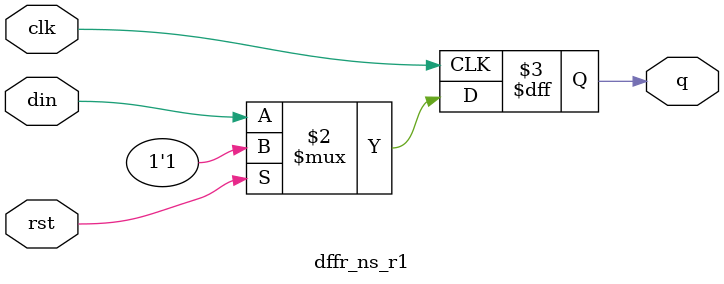
<source format=v>
module dffr_ns_r1 (din, clk, rst, q);
parameter SIZE = 1;
input   [SIZE-1:0]      din ;   
input                   clk ;   
input                   rst ;   
output  [SIZE-1:0]      q ;     
reg     [SIZE-1:0]      q ;
always @ (posedge clk)
  q[SIZE-1:0] <= rst ? {SIZE{1'b1}} : din[SIZE-1:0];
endmodule
</source>
